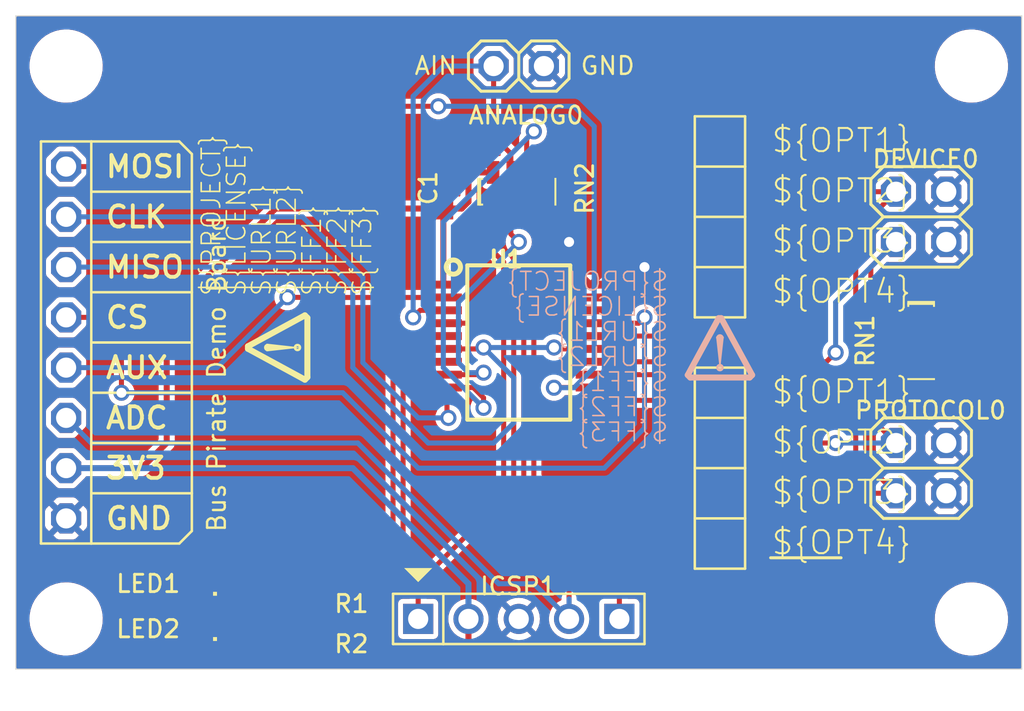
<source format=kicad_pcb>
(kicad_pcb (version 20221018) (generator pcbnew)
  (layers (0 "F.Cu" signal) (31 "B.Cu" signal) (34 "B.Paste" user) (35 "F.Paste" user) (36 "B.SilkS" user "B.Silkscreen") (37 "F.SilkS" user "F.Silkscreen") (38 "B.Mask" user) (39 "F.Mask" user) (44 "Edge.Cuts" user))
  (net 0 "")
  (net 1 "GND")
  (net 2 "PGD")
  (net 3 "PGC")
  (net 4 "MCLR")
  (net 5 "+3V3")
  (net 6 "MOSI")
  (net 7 "CLK")
  (net 8 "MISO")
  (net 9 "CS")
  (net 10 "AUX")
  (net 11 "ADC_IN0")
  (net 12 "N$2")
  (net 13 "X1")
  (net 14 "X2")
  (net 15 "Y1")
  (net 16 "Y2")
  (net 17 "N$1")
  (net 18 "ADC_IN1")
  (net 19 "ADC_IN2")
  (net 20 "N$7")
  (net 21 "N$10")
  (footprint "working:DP_LOGO" (layer "F.Cu") (at 137.3251 105.2576 90)
    (fp_text reference "U$1" hide)
    (fp_text value "DINA4_L" hide)
    (fp_text user "${LICENSE}" (at 2.54 -2.54 90) (layer "F.SilkS") (effects (font (size 0.93472 0.93472) (thickness 0.08128)) (justify left bottom)))
    (fp_text user "${URL2}" (at 2.54 0 90) (layer "F.SilkS") (effects (font (size 0.93472 0.93472) (thickness 0.08128)) (justify left bottom)))
    (fp_text user "${FF3}" (at 2.54 3.81 90) (layer "F.SilkS") (effects (font (size 0.93472 0.93472) (thickness 0.08128)) (justify left bottom)))
    (fp_text user "${FF1}" (at 2.54 1.27 90) (layer "F.SilkS") (effects (font (size 0.93472 0.93472) (thickness 0.08128)) (justify left bottom)))
    (fp_text user "${FF2}" (at 2.54 2.54 90) (layer "F.SilkS") (effects (font (size 0.93472 0.93472) (thickness 0.08128)) (justify left bottom)))
    (fp_text user "${URL1}" (at 2.54 -1.27 90) (layer "F.SilkS") (effects (font (size 0.93472 0.93472) (thickness 0.08128)) (justify left bottom)))
    (fp_text user "${PROJECT}" (at 2.54 -3.81 90) (layer "F.SilkS") (effects (font (size 0.93472 0.93472) (thickness 0.08128)) (justify left bottom)))
    (fp_line (start -1.625 0.375) (end -0.0625 -2.5) (stroke (width 0.3048)) (layer "F.SilkS"))
    (fp_line (start -1.5 0.5) (end -1.625 0.375) (stroke (width 0.3048)) (layer "F.SilkS"))
    (fp_line (start -1.5 0.5) (end 1.5 0.5) (stroke (width 0.3048)) (layer "F.SilkS"))
    (fp_line (start -0.0625 -2.5) (end 0.0625 -2.5) (stroke (width 0.3048)) (layer "F.SilkS"))
    (fp_line (start 1.5 0.5) (end 1.625 0.375) (stroke (width 0.3048)) (layer "F.SilkS"))
    (fp_line (start 1.625 0.375) (end 0.0625 -2.5) (stroke (width 0.3048)) (layer "F.SilkS"))
    (fp_arc (start -0.125 -1.5) (mid 0 -1.625) (end 0.125 -1.5) (stroke (width 0.127)) (layer "F.SilkS"))
    (fp_circle (center 0 0) (end 0.125 0) (stroke (width 0.127)) (fill none) (layer "F.SilkS"))
    (fp_poly (pts (xy 0 0.200017) (xy -0.195946 -1.5635) (xy 0.195946 -1.5635)) (fill solid) (layer "F.SilkS"))
  )
  (footprint "" (layer "F.Cu") (at 125.6411 118.9736)
    (fp_text reference "@HOLE0" hide)
    (fp_text value "" (at 0 0) (layer "F.SilkS") (effects (font (size 1.27 1.27))))
    (pad "" np_thru_hole circle (at 0 0) (size 3.2 3.2) (drill 3.2) (layers "*.Cu" "*.Mask"))
  )
  (footprint "working:R603" (layer "F.Cu") (at 137.0711 117.7036)
    (fp_text reference "R1" (at 2.032 0.508) (layer "F.SilkS") (effects (font (size 0.875792 0.875792) (thickness 0.140208)) (justify left)))
    (fp_text value "1k")
    (pad "1" smd rect (at -0.85 0) (size 1 1.1) (layers "F.Cu" "F.Paste" "F.Mask") (net 12 "N$2"))
    (pad "2" smd rect (at 0.85 0) (size 1 1.1) (layers "F.Cu" "F.Paste" "F.Mask") (net 17 "N$1"))
  )
  (footprint "working:JUMP2X2_DESC" (layer "F.Cu") (at 161.2011 98.0186)
    (fp_text reference "U$10" hide)
    (fp_text value "JUMP2X2_DESC" hide)
    (fp_text user "${OPT2}" (at 0 0) (layer "F.SilkS") (effects (font (size 1.1684 1.1684) (thickness 0.1016)) (justify left bottom)))
    (fp_text user "${OPT3}" (at 0 2.54) (layer "F.SilkS") (effects (font (size 1.1684 1.1684) (thickness 0.1016)) (justify left bottom)))
    (fp_text user "${OPT1}" (at 0 -2.54) (layer "F.SilkS") (effects (font (size 1.1684 1.1684) (thickness 0.1016)) (justify left bottom)))
    (fp_text user "${OPT4}" (at 0 5.08) (layer "F.SilkS") (effects (font (size 1.1684 1.1684) (thickness 0.1016)) (justify left bottom)))
    (fp_line (start -3.81 -4.445) (end -1.27 -4.445) (stroke (width 0.127)) (layer "F.SilkS"))
    (fp_line (start -3.81 -1.905) (end -3.81 -4.445) (stroke (width 0.127)) (layer "F.SilkS"))
    (fp_line (start -3.81 -1.905) (end -1.27 -1.905) (stroke (width 0.127)) (layer "F.SilkS"))
    (fp_line (start -3.81 0.635) (end -3.81 -1.905) (stroke (width 0.127)) (layer "F.SilkS"))
    (fp_line (start -3.81 0.635) (end -1.27 0.635) (stroke (width 0.127)) (layer "F.SilkS"))
    (fp_line (start -3.81 3.175) (end -3.81 0.635) (stroke (width 0.127)) (layer "F.SilkS"))
    (fp_line (start -3.81 3.175) (end -1.27 3.175) (stroke (width 0.127)) (layer "F.SilkS"))
    (fp_line (start -3.81 5.715) (end -3.81 3.175) (stroke (width 0.127)) (layer "F.SilkS"))
    (fp_line (start -1.27 -4.445) (end -1.27 -1.905) (stroke (width 0.127)) (layer "F.SilkS"))
    (fp_line (start -1.27 -1.905) (end -1.27 0.635) (stroke (width 0.127)) (layer "F.SilkS"))
    (fp_line (start -1.27 0.635) (end -1.27 3.175) (stroke (width 0.127)) (layer "F.SilkS"))
    (fp_line (start -1.27 3.175) (end -1.27 5.715) (stroke (width 0.127)) (layer "F.SilkS"))
    (fp_line (start -1.27 5.715) (end -3.81 5.715) (stroke (width 0.127)) (layer "F.SilkS"))
  )
  (footprint "" (layer "F.Cu") (at 171.3611 91.0336)
    (fp_text reference "@HOLE2" hide)
    (fp_text value "" (at 0 0) (layer "F.SilkS") (effects (font (size 1.27 1.27))))
    (pad "" np_thru_hole circle (at 0 0) (size 3.2 3.2) (drill 3.2) (layers "*.Cu" "*.Mask"))
  )
  (footprint "working:R603" (layer "F.Cu") (at 137.0711 119.9896)
    (fp_text reference "R2" (at 2.032 0.254) (layer "F.SilkS") (effects (font (size 0.875792 0.875792) (thickness 0.140208)) (justify left)))
    (fp_text value "1k")
    (pad "1" smd rect (at -0.85 0) (size 1 1.1) (layers "F.Cu" "F.Paste" "F.Mask") (net 20 "N$7"))
    (pad "2" smd rect (at 0.85 0) (size 1 1.1) (layers "F.Cu" "F.Paste" "F.Mask") (net 21 "N$10"))
  )
  (footprint "working:RN8P-4R-CRA06S" (layer "F.Cu") (at 168.8211 105.0036 -90)
    (fp_text reference "RN1" (at -1.492 2.826 90) (layer "F.SilkS") (effects (font (size 0.875792 0.875792) (thickness 0.140208)) (justify right)))
    (fp_text value "10k")
    (fp_poly (pts (xy -2.1 0.7) (xy -1.9 0.7) (xy -1.9 -0.7) (xy -2.1 -0.7)) (fill solid) (layer "F.SilkS"))
    (fp_poly (pts (xy -2 -0.6) (xy -1.8 -0.6) (xy -1.8 -0.7) (xy -2 -0.7)) (fill solid) (layer "F.SilkS"))
    (fp_poly (pts (xy -2 0.7) (xy -1.8 0.7) (xy -1.8 0.6) (xy -2 0.6)) (fill solid) (layer "F.SilkS"))
    (fp_poly (pts (xy 1.8 0.7) (xy 1.9 0.7) (xy 1.9 -0.7) (xy 1.8 -0.7)) (fill solid) (layer "F.SilkS"))
    (pad "1" smd rect (at -1.295 0.975 270) (size 0.63 1.15) (layers "F.Cu" "F.Paste" "F.Mask") (net 14 "X2"))
    (pad "2" smd rect (at -0.4 0.975 270) (size 0.44 1.15) (layers "F.Cu" "F.Paste" "F.Mask") (net 13 "X1"))
    (pad "3" smd rect (at 0.4 0.975 270) (size 0.44 1.15) (layers "F.Cu" "F.Paste" "F.Mask") (net 16 "Y2"))
    (pad "4" smd rect (at 1.295 0.975 270) (size 0.63 1.15) (layers "F.Cu" "F.Paste" "F.Mask") (net 15 "Y1"))
    (pad "5" smd rect (at 1.295 -0.975 270) (size 0.63 1.15) (layers "F.Cu" "F.Paste" "F.Mask") (net 5 "+3V3"))
    (pad "6" smd rect (at 0.4 -0.975 270) (size 0.44 1.15) (layers "F.Cu" "F.Paste" "F.Mask") (net 5 "+3V3"))
    (pad "7" smd rect (at -0.4 -0.975 270) (size 0.44 1.15) (layers "F.Cu" "F.Paste" "F.Mask") (net 5 "+3V3"))
    (pad "8" smd rect (at -1.295 -0.975 270) (size 0.63 1.15) (layers "F.Cu" "F.Paste" "F.Mask") (net 5 "+3V3"))
  )
  (footprint "working:JUMP2X2_DESC" (layer "F.Cu") (at 161.2011 110.7186)
    (fp_text reference "U$9" hide)
    (fp_text value "JUMP2X2_DESC" hide)
    (fp_text user "${OPT2}" (at 0 0) (layer "F.SilkS") (effects (font (size 1.1684 1.1684) (thickness 0.1016)) (justify left bottom)))
    (fp_text user "${OPT1}" (at 0 -2.54) (layer "F.SilkS") (effects (font (size 1.1684 1.1684) (thickness 0.1016)) (justify left bottom)))
    (fp_text user "${OPT3}" (at 0 2.54) (layer "F.SilkS") (effects (font (size 1.1684 1.1684) (thickness 0.1016)) (justify left bottom)))
    (fp_text user "${OPT4}" (at 0 5.08) (layer "F.SilkS") (effects (font (size 1.1684 1.1684) (thickness 0.1016)) (justify left bottom)))
    (fp_line (start -3.81 -4.445) (end -1.27 -4.445) (stroke (width 0.127)) (layer "F.SilkS"))
    (fp_line (start -3.81 -1.905) (end -3.81 -4.445) (stroke (width 0.127)) (layer "F.SilkS"))
    (fp_line (start -3.81 -1.905) (end -1.27 -1.905) (stroke (width 0.127)) (layer "F.SilkS"))
    (fp_line (start -3.81 0.635) (end -3.81 -1.905) (stroke (width 0.127)) (layer "F.SilkS"))
    (fp_line (start -3.81 0.635) (end -1.27 0.635) (stroke (width 0.127)) (layer "F.SilkS"))
    (fp_line (start -3.81 3.175) (end -3.81 0.635) (stroke (width 0.127)) (layer "F.SilkS"))
    (fp_line (start -3.81 3.175) (end -1.27 3.175) (stroke (width 0.127)) (layer "F.SilkS"))
    (fp_line (start -3.81 5.715) (end -3.81 3.175) (stroke (width 0.127)) (layer "F.SilkS"))
    (fp_line (start -1.27 -4.445) (end -1.27 -1.905) (stroke (width 0.127)) (layer "F.SilkS"))
    (fp_line (start -1.27 -1.905) (end -1.27 0.635) (stroke (width 0.127)) (layer "F.SilkS"))
    (fp_line (start -1.27 0.635) (end -1.27 3.175) (stroke (width 0.127)) (layer "F.SilkS"))
    (fp_line (start -1.27 3.175) (end -1.27 5.715) (stroke (width 0.127)) (layer "F.SilkS"))
    (fp_line (start -1.27 5.715) (end -3.81 5.715) (stroke (width 0.127)) (layer "F.SilkS"))
  )
  (footprint "working:LED-805" (layer "F.Cu") (at 133.2611 119.9896 90)
    (fp_text reference "LED2" (at 0.508 -1.778) (layer "F.SilkS") (effects (font (size 0.875792 0.875792) (thickness 0.140208)) (justify right)))
    (fp_text value "")
    (fp_poly (pts (xy -0.1 0) (xy 0.1 0) (xy 0.1 -0.2) (xy -0.1 -0.2)) (fill solid) (layer "F.SilkS"))
    (pad "A" smd rect (at 0 1.05 90) (size 1.2 1.2) (layers "F.Cu" "F.Paste" "F.Mask") (net 20 "N$7"))
    (pad "C" smd rect (at 0 -1.05 90) (size 1.2 1.2) (layers "F.Cu" "F.Paste" "F.Mask") (net 1 "GND"))
  )
  (footprint "working:HDR-BUSPIRATE" (layer "F.Cu") (at 125.6411 105.0036 -90)
    (fp_text reference "BP0" hide)
    (fp_text value "")
    (fp_text user "CLK" (at -5.715 -1.905) (layer "F.SilkS") (effects (font (size 1.0795 1.0795) (thickness 0.1905)) (justify left bottom)))
    (fp_text user "AUX" (at 1.905 -1.905) (layer "F.SilkS") (effects (font (size 1.0795 1.0795) (thickness 0.1905)) (justify left bottom)))
    (fp_text user "MOSI" (at -8.255 -1.905) (layer "F.SilkS") (effects (font (size 1.0795 1.0795) (thickness 0.1905)) (justify left bottom)))
    (fp_text user "CS" (at -0.635 -1.905) (layer "F.SilkS") (effects (font (size 1.0795 1.0795) (thickness 0.1905)) (justify left bottom)))
    (fp_text user "ADC" (at 4.445 -1.905) (layer "F.SilkS") (effects (font (size 1.0795 1.0795) (thickness 0.1905)) (justify left bottom)))
    (fp_text user "MISO" (at -3.175 -1.905) (layer "F.SilkS") (effects (font (size 1.0795 1.0795) (thickness 0.1905)) (justify left bottom)))
    (fp_text user "3V3" (at 6.985 -1.905) (layer "F.SilkS") (effects (font (size 1.0795 1.0795) (thickness 0.1905)) (justify left bottom)))
    (fp_text user "GND" (at 9.525 -1.905) (layer "F.SilkS") (effects (font (size 1.0795 1.0795) (thickness 0.1905)) (justify left bottom)))
    (fp_line (start -10.16 -5.715) (end -9.525 -6.35) (stroke (width 0.127)) (layer "F.SilkS"))
    (fp_line (start -10.16 -1.27) (end -10.16 -5.715) (stroke (width 0.127)) (layer "F.SilkS"))
    (fp_line (start -10.16 -1.27) (end -10.16 1.27) (stroke (width 0.127)) (layer "F.SilkS"))
    (fp_line (start -10.16 1.27) (end 10.16 1.27) (stroke (width 0.127)) (layer "F.SilkS"))
    (fp_line (start -9.525 -6.35) (end -7.62 -6.35) (stroke (width 0.127)) (layer "F.SilkS"))
    (fp_line (start -7.62 -6.35) (end -5.08 -6.35) (stroke (width 0.127)) (layer "F.SilkS"))
    (fp_line (start -7.62 -1.27) (end -10.16 -1.27) (stroke (width 0.127)) (layer "F.SilkS"))
    (fp_line (start -7.62 -1.27) (end -7.62 -6.35) (stroke (width 0.127)) (layer "F.SilkS"))
    (fp_line (start -5.08 -6.35) (end -2.54 -6.35) (stroke (width 0.127)) (layer "F.SilkS"))
    (fp_line (start -5.08 -1.27) (end -7.62 -1.27) (stroke (width 0.127)) (layer "F.SilkS"))
    (fp_line (start -5.08 -1.27) (end -5.08 -6.35) (stroke (width 0.127)) (layer "F.SilkS"))
    (fp_line (start -2.54 -6.35) (end 0 -6.35) (stroke (width 0.127)) (layer "F.SilkS"))
    (fp_line (start -2.54 -1.27) (end -5.08 -1.27) (stroke (width 0.127)) (layer "F.SilkS"))
    (fp_line (start -2.54 -1.27) (end -2.54 -6.35) (stroke (width 0.127)) (layer "F.SilkS"))
    (fp_line (start 0 -6.35) (end 2.54 -6.35) (stroke (width 0.127)) (layer "F.SilkS"))
    (fp_line (start 0 -1.27) (end -2.54 -1.27) (stroke (width 0.127)) (layer "F.SilkS"))
    (fp_line (start 0 -1.27) (end 0 -6.35) (stroke (width 0.127)) (layer "F.SilkS"))
    (fp_line (start 2.54 -6.35) (end 5.08 -6.35) (stroke (width 0.127)) (layer "F.SilkS"))
    (fp_line (start 2.54 -1.27) (end 0 -1.27) (stroke (width 0.127)) (layer "F.SilkS"))
    (fp_line (start 2.54 -1.27) (end 2.54 -6.35) (stroke (width 0.127)) (layer "F.SilkS"))
    (fp_line (start 5.08 -6.35) (end 7.62 -6.35) (stroke (width 0.127)) (layer "F.SilkS"))
    (fp_line (start 5.08 -1.27) (end 2.54 -1.27) (stroke (width 0.127)) (layer "F.SilkS"))
    (fp_line (start 5.08 -1.27) (end 5.08 -6.35) (stroke (width 0.127)) (layer "F.SilkS"))
    (fp_line (start 7.62 -6.35) (end 9.525 -6.35) (stroke (width 0.127)) (layer "F.SilkS"))
    (fp_line (start 7.62 -1.27) (end 5.08 -1.27) (stroke (width 0.127)) (layer "F.SilkS"))
    (fp_line (start 7.62 -1.27) (end 7.62 -6.35) (stroke (width 0.127)) (layer "F.SilkS"))
    (fp_line (start 9.525 -6.35) (end 10.16 -5.715) (stroke (width 0.127)) (layer "F.SilkS"))
    (fp_line (start 10.16 -5.715) (end 10.16 -1.27) (stroke (width 0.127)) (layer "F.SilkS"))
    (fp_line (start 10.16 -1.27) (end 7.62 -1.27) (stroke (width 0.127)) (layer "F.SilkS"))
    (fp_line (start 10.16 1.27) (end 10.16 -1.27) (stroke (width 0.127)) (layer "F.SilkS"))
    (pad "1" thru_hole roundrect (at -8.89 0) (size 1.524 1.524) (drill 1.016) (layers "*.Cu" "*.Mask") (chamfer_ratio 0.2928932188) (chamfer top_left top_right bottom_left bottom_right) (net 6 "MOSI"))
    (pad "2" thru_hole roundrect (at -6.35 0) (size 1.524 1.524) (drill 1.016) (layers "*.Cu" "*.Mask") (chamfer_ratio 0.2928932188) (chamfer top_left top_right bottom_left bottom_right) (net 7 "CLK"))
    (pad "3" thru_hole roundrect (at -3.81 0) (size 1.524 1.524) (drill 1.016) (layers "*.Cu" "*.Mask") (chamfer_ratio 0.2928932188) (chamfer top_left top_right bottom_left bottom_right) (net 8 "MISO"))
    (pad "4" thru_hole roundrect (at -1.27 0) (size 1.524 1.524) (drill 1.016) (layers "*.Cu" "*.Mask") (chamfer_ratio 0.2928932188) (chamfer top_left top_right bottom_left bottom_right) (net 9 "CS"))
    (pad "5" thru_hole roundrect (at 1.27 0) (size 1.524 1.524) (drill 1.016) (layers "*.Cu" "*.Mask") (chamfer_ratio 0.2928932188) (chamfer top_left top_right bottom_left bottom_right) (net 10 "AUX"))
    (pad "6" thru_hole roundrect (at 3.81 0) (size 1.524 1.524) (drill 1.016) (layers "*.Cu" "*.Mask") (chamfer_ratio 0.2928932188) (chamfer top_left top_right bottom_left bottom_right) (net 2 "PGD"))
    (pad "7" thru_hole roundrect (at 6.35 0) (size 1.524 1.524) (drill 1.016) (layers "*.Cu" "*.Mask") (chamfer_ratio 0.2928932188) (chamfer top_left top_right bottom_left bottom_right) (net 5 "+3V3"))
    (pad "8" thru_hole roundrect (at 8.89 0) (size 1.524 1.524) (drill 1.016) (layers "*.Cu" "*.Mask") (chamfer_ratio 0.2928932188) (chamfer top_left top_right bottom_left bottom_right) (net 1 "GND"))
  )
  (footprint "working:C603" (layer "F.Cu") (at 144.6911 97.3836 90)
    (fp_text reference "C1" (at -0.762 -0.762 90) (layer "F.SilkS") (effects (font (size 0.875792 0.875792) (thickness 0.140208)) (justify left)))
    (fp_text value "0.1uF")
    (pad "1" smd rect (at -0.85 0 90) (size 1.1 1) (layers "F.Cu" "F.Paste" "F.Mask") (net 5 "+3V3"))
    (pad "2" smd rect (at 0.85 0 90) (size 1.1 1) (layers "F.Cu" "F.Paste" "F.Mask") (net 1 "GND"))
  )
  (footprint "working:RN8P-4R-CRA06S" (layer "F.Cu") (at 148.5011 97.3836)
    (fp_text reference "RN2" (at 3.334 1.238 90) (layer "F.SilkS") (effects (font (size 0.875792 0.875792) (thickness 0.140208)) (justify left)))
    (fp_text value "10k")
    (fp_poly (pts (xy -2.1 0.7) (xy -1.9 0.7) (xy -1.9 -0.7) (xy -2.1 -0.7)) (fill solid) (layer "F.SilkS"))
    (fp_poly (pts (xy -2 -0.6) (xy -1.8 -0.6) (xy -1.8 -0.7) (xy -2 -0.7)) (fill solid) (layer "F.SilkS"))
    (fp_poly (pts (xy -2 0.7) (xy -1.8 0.7) (xy -1.8 0.6) (xy -2 0.6)) (fill solid) (layer "F.SilkS"))
    (fp_poly (pts (xy 1.8 0.7) (xy 1.9 0.7) (xy 1.9 -0.7) (xy 1.8 -0.7)) (fill solid) (layer "F.SilkS"))
    (pad "1" smd rect (at -1.295 0.975) (size 0.63 1.15) (layers "F.Cu" "F.Paste" "F.Mask") (net 4 "MCLR"))
    (pad "2" smd rect (at -0.4 0.975) (size 0.44 1.15) (layers "F.Cu" "F.Paste" "F.Mask") (net 18 "ADC_IN1"))
    (pad "3" smd rect (at 0.4 0.975) (size 0.44 1.15) (layers "F.Cu" "F.Paste" "F.Mask") (net 18 "ADC_IN1"))
    (pad "4" smd rect (at 1.295 0.975) (size 0.63 1.15) (layers "F.Cu" "F.Paste" "F.Mask") (net 1 "GND"))
    (pad "5" smd rect (at 1.295 -0.975) (size 0.63 1.15) (layers "F.Cu" "F.Paste" "F.Mask") (net 19 "ADC_IN2"))
    (pad "6" smd rect (at 0.4 -0.975) (size 0.44 1.15) (layers "F.Cu" "F.Paste" "F.Mask") (net 19 "ADC_IN2"))
    (pad "7" smd rect (at -0.4 -0.975) (size 0.44 1.15) (layers "F.Cu" "F.Paste" "F.Mask") (net 11 "ADC_IN0"))
    (pad "8" smd rect (at -1.295 -0.975) (size 0.63 1.15) (layers "F.Cu" "F.Paste" "F.Mask") (net 5 "+3V3"))
  )
  (footprint "working:SSOP20" (layer "F.Cu") (at 148.5011 105.0036 -90)
    (fp_text reference "U1" (at -4.206 1.5839) (layer "F.SilkS") (effects (font (size 0.819709 0.819709) (thickness 0.196291)) (justify left)))
    (fp_text value "PIC16F1829SS")
    (fp_line (start -3.9 -2.6) (end -3.9 2.6) (stroke (width 0.2032)) (layer "F.SilkS"))
    (fp_line (start -3.9 2.6) (end 3.9 2.6) (stroke (width 0.2032)) (layer "F.SilkS"))
    (fp_line (start 3.9 -2.6) (end -3.9 -2.6) (stroke (width 0.2032)) (layer "F.SilkS"))
    (fp_line (start 3.9 2.6) (end 3.9 -2.6) (stroke (width 0.2032)) (layer "F.SilkS"))
    (pad "1" smd rect (at -2.925 3.625 270) (size 0.4 1.5) (layers "F.Cu" "F.Paste" "F.Mask") (net 5 "+3V3"))
    (pad "2" smd rect (at -2.275 3.625 270) (size 0.4 1.5) (layers "F.Cu" "F.Paste" "F.Mask") (net 10 "AUX"))
    (pad "3" smd rect (at -1.625 3.625 270) (size 0.4 1.5) (layers "F.Cu" "F.Paste" "F.Mask") (net 11 "ADC_IN0"))
    (pad "4" smd rect (at -0.975 3.625 270) (size 0.4 1.5) (layers "F.Cu" "F.Paste" "F.Mask") (net 4 "MCLR"))
    (pad "5" smd rect (at -0.325 3.625 270) (size 0.4 1.5) (layers "F.Cu" "F.Paste" "F.Mask") (net 17 "N$1"))
    (pad "6" smd rect (at 0.325 3.625 270) (size 0.4 1.5) (layers "F.Cu" "F.Paste" "F.Mask") (net 8 "MISO"))
    (pad "7" smd rect (at 0.975 3.625 270) (size 0.4 1.5) (layers "F.Cu" "F.Paste" "F.Mask") (net 21 "N$10"))
    (pad "8" smd rect (at 1.625 3.625 270) (size 0.4 1.5) (layers "F.Cu" "F.Paste" "F.Mask") (net 18 "ADC_IN1"))
    (pad "9" smd rect (at 2.275 3.625 270) (size 0.4 1.5) (layers "F.Cu" "F.Paste" "F.Mask") (net 19 "ADC_IN2"))
    (pad "10" smd rect (at 2.925 3.625 270) (size 0.4 1.5) (layers "F.Cu" "F.Paste" "F.Mask") (net 7 "CLK"))
    (pad "11" smd rect (at 2.925 -3.625 270) (size 0.4 1.5) (layers "F.Cu" "F.Paste" "F.Mask") (net 16 "Y2"))
    (pad "12" smd rect (at 2.275 -3.625 270) (size 0.4 1.5) (layers "F.Cu" "F.Paste" "F.Mask") (net 6 "MOSI"))
    (pad "13" smd rect (at 1.625 -3.625 270) (size 0.4 1.5) (layers "F.Cu" "F.Paste" "F.Mask") (net 15 "Y1"))
    (pad "14" smd rect (at 0.975 -3.625 270) (size 0.4 1.5) (layers "F.Cu" "F.Paste" "F.Mask") (net 14 "X2"))
    (pad "15" smd rect (at 0.325 -3.625 270) (size 0.4 1.5) (layers "F.Cu" "F.Paste" "F.Mask") (net 8 "MISO"))
    (pad "16" smd rect (at -0.325 -3.625 270) (size 0.4 1.5) (layers "F.Cu" "F.Paste" "F.Mask") (net 13 "X1"))
    (pad "17" smd rect (at -0.975 -3.625 270) (size 0.4 1.5) (layers "F.Cu" "F.Paste" "F.Mask") (net 9 "CS"))
    (pad "18" smd rect (at -1.625 -3.625 270) (size 0.4 1.5) (layers "F.Cu" "F.Paste" "F.Mask") (net 3 "PGC"))
    (pad "19" smd rect (at -2.275 -3.625 270) (size 0.4 1.5) (layers "F.Cu" "F.Paste" "F.Mask") (net 2 "PGD"))
    (pad "20" smd rect (at -2.925 -3.625 270) (size 0.4 1.5) (layers "F.Cu" "F.Paste" "F.Mask") (net 1 "GND"))
  )
  (footprint "working:LED-805" (layer "F.Cu") (at 133.2611 117.7036 90)
    (fp_text reference "LED1" (at 0.508 -1.778) (layer "F.SilkS") (effects (font (size 0.875792 0.875792) (thickness 0.140208)) (justify right)))
    (fp_text value "")
    (fp_poly (pts (xy -0.1 0) (xy 0.1 0) (xy 0.1 -0.2) (xy -0.1 -0.2)) (fill solid) (layer "F.SilkS"))
    (pad "A" smd rect (at 0 1.05 90) (size 1.2 1.2) (layers "F.Cu" "F.Paste" "F.Mask") (net 12 "N$2"))
    (pad "C" smd rect (at 0 -1.05 90) (size 1.2 1.2) (layers "F.Cu" "F.Paste" "F.Mask") (net 1 "GND"))
  )
  (footprint "" (layer "F.Cu") (at 171.3611 118.9736)
    (fp_text reference "@HOLE1" hide)
    (fp_text value "" (at 0 0) (layer "F.SilkS") (effects (font (size 1.27 1.27))))
    (pad "" np_thru_hole circle (at 0 0) (size 3.2 3.2) (drill 3.2) (layers "*.Cu" "*.Mask"))
  )
  (footprint "working:2X02" (layer "F.Cu") (at 168.8211 98.6536 -90)
    (fp_text reference "DEVICE0" (at -2.921 2.54) (layer "F.SilkS") (effects (font (size 0.87884 0.87884) (thickness 0.13716)) (justify left)))
    (fp_text value "")
    (fp_line (start -2.54 -1.905) (end -1.905 -2.54) (stroke (width 0.1524)) (layer "F.SilkS"))
    (fp_line (start -2.54 1.905) (end -2.54 -1.905) (stroke (width 0.1524)) (layer "F.SilkS"))
    (fp_line (start -2.54 1.905) (end -1.905 2.54) (stroke (width 0.1524)) (layer "F.SilkS"))
    (fp_line (start -1.905 -2.54) (end -0.635 -2.54) (stroke (width 0.1524)) (layer "F.SilkS"))
    (fp_line (start -1.905 2.54) (end -0.635 2.54) (stroke (width 0.1524)) (layer "F.SilkS"))
    (fp_line (start -0.635 -2.54) (end 0 -1.905) (stroke (width 0.1524)) (layer "F.SilkS"))
    (fp_line (start -0.635 2.54) (end 0 1.905) (stroke (width 0.1524)) (layer "F.SilkS"))
    (fp_line (start 0 -1.905) (end 0 1.905) (stroke (width 0.1524)) (layer "F.SilkS"))
    (fp_line (start 0 -1.905) (end 0.635 -2.54) (stroke (width 0.1524)) (layer "F.SilkS"))
    (fp_line (start 0 1.905) (end 0.635 2.54) (stroke (width 0.1524)) (layer "F.SilkS"))
    (fp_line (start 0.635 -2.54) (end 1.905 -2.54) (stroke (width 0.1524)) (layer "F.SilkS"))
    (fp_line (start 0.635 2.54) (end 1.905 2.54) (stroke (width 0.1524)) (layer "F.SilkS"))
    (fp_line (start 1.905 -2.54) (end 2.54 -1.905) (stroke (width 0.1524)) (layer "F.SilkS"))
    (fp_line (start 1.905 2.54) (end 2.54 1.905) (stroke (width 0.1524)) (layer "F.SilkS"))
    (fp_line (start 2.54 -1.905) (end 2.54 1.905) (stroke (width 0.1524)) (layer "F.SilkS"))
    (pad "1" thru_hole roundrect (at -1.27 1.27 270) (size 1.524 1.524) (drill 1.016) (layers "*.Cu" "*.Mask") (chamfer_ratio 0.2928932188) (chamfer top_left top_right bottom_left bottom_right) (net 13 "X1"))
    (pad "2" thru_hole roundrect (at -1.27 -1.27 270) (size 1.524 1.524) (drill 1.016) (layers "*.Cu" "*.Mask") (chamfer_ratio 0.2928932188) (chamfer top_left top_right bottom_left bottom_right) (net 1 "GND"))
    (pad "3" thru_hole roundrect (at 1.27 1.27 270) (size 1.524 1.524) (drill 1.016) (layers "*.Cu" "*.Mask") (chamfer_ratio 0.2928932188) (chamfer top_left top_right bottom_left bottom_right) (net 14 "X2"))
    (pad "4" thru_hole roundrect (at 1.27 -1.27 270) (size 1.524 1.524) (drill 1.016) (layers "*.Cu" "*.Mask") (chamfer_ratio 0.2928932188) (chamfer top_left top_right bottom_left bottom_right) (net 1 "GND"))
  )
  (footprint "working:HEADER_PRG_1X05_ICSP_B" (layer "F.Cu") (at 148.5011 118.9736)
    (fp_text reference "ICSP1" (at -2.032 -1.651) (layer "F.SilkS") (effects (font (size 0.875792 0.875792) (thickness 0.140208)) (justify left)))
    (fp_text value "HEADER_PRG_PIC_ICSPB")
    (fp_line (start -6.35 -1.27) (end -3.81 -1.27) (stroke (width 0.127)) (layer "F.SilkS"))
    (fp_line (start -6.35 1.27) (end -6.35 -1.27) (stroke (width 0.127)) (layer "F.SilkS"))
    (fp_line (start -3.81 -1.27) (end 6.35 -1.27) (stroke (width 0.127)) (layer "F.SilkS"))
    (fp_line (start -3.81 1.27) (end -6.35 1.27) (stroke (width 0.127)) (layer "F.SilkS"))
    (fp_line (start -3.81 1.27) (end -3.81 -1.27) (stroke (width 0.127)) (layer "F.SilkS"))
    (fp_line (start 6.35 -1.27) (end 6.35 1.27) (stroke (width 0.127)) (layer "F.SilkS"))
    (fp_line (start 6.35 1.27) (end -3.81 1.27) (stroke (width 0.127)) (layer "F.SilkS"))
    (fp_poly (pts (xy -5.08 -1.860169) (xy -5.791531 -2.5717) (xy -4.368469 -2.5717)) (fill solid) (layer "F.SilkS"))
    (pad "1" thru_hole rect (at -5.08 0) (size 1.524 1.524) (drill 1.016) (layers "*.Cu" "*.Mask") (net 4 "MCLR"))
    (pad "2" thru_hole circle (at -2.54 0) (size 1.524 1.524) (drill 1.016) (layers "*.Cu" "*.Mask") (net 5 "+3V3"))
    (pad "3" thru_hole circle (at 0 0) (size 1.524 1.524) (drill 1.016) (layers "*.Cu" "*.Mask") (net 1 "GND"))
    (pad "4" thru_hole circle (at 2.54 0) (size 1.524 1.524) (drill 1.016) (layers "*.Cu" "*.Mask") (net 2 "PGD"))
    (pad "5" thru_hole rect (at 5.08 0) (size 1.524 1.524) (drill 1.016) (layers "*.Cu" "*.Mask") (net 3 "PGC"))
  )
  (footprint "" (layer "F.Cu") (at 125.6411 91.0336)
    (fp_text reference "@HOLE3" hide)
    (fp_text value "" (at 0 0) (layer "F.SilkS") (effects (font (size 1.27 1.27))))
    (pad "" np_thru_hole circle (at 0 0) (size 3.2 3.2) (drill 3.2) (layers "*.Cu" "*.Mask"))
  )
  (footprint "working:2X02" (layer "F.Cu") (at 168.8211 111.3536 -90)
    (fp_text reference "PROTOCOL0" (at -2.921 3.429) (layer "F.SilkS") (effects (font (size 0.87884 0.87884) (thickness 0.13716)) (justify left)))
    (fp_text value "")
    (fp_line (start -2.54 -1.905) (end -1.905 -2.54) (stroke (width 0.1524)) (layer "F.SilkS"))
    (fp_line (start -2.54 1.905) (end -2.54 -1.905) (stroke (width 0.1524)) (layer "F.SilkS"))
    (fp_line (start -2.54 1.905) (end -1.905 2.54) (stroke (width 0.1524)) (layer "F.SilkS"))
    (fp_line (start -1.905 -2.54) (end -0.635 -2.54) (stroke (width 0.1524)) (layer "F.SilkS"))
    (fp_line (start -1.905 2.54) (end -0.635 2.54) (stroke (width 0.1524)) (layer "F.SilkS"))
    (fp_line (start -0.635 -2.54) (end 0 -1.905) (stroke (width 0.1524)) (layer "F.SilkS"))
    (fp_line (start -0.635 2.54) (end 0 1.905) (stroke (width 0.1524)) (layer "F.SilkS"))
    (fp_line (start 0 -1.905) (end 0 1.905) (stroke (width 0.1524)) (layer "F.SilkS"))
    (fp_line (start 0 -1.905) (end 0.635 -2.54) (stroke (width 0.1524)) (layer "F.SilkS"))
    (fp_line (start 0 1.905) (end 0.635 2.54) (stroke (width 0.1524)) (layer "F.SilkS"))
    (fp_line (start 0.635 -2.54) (end 1.905 -2.54) (stroke (width 0.1524)) (layer "F.SilkS"))
    (fp_line (start 0.635 2.54) (end 1.905 2.54) (stroke (width 0.1524)) (layer "F.SilkS"))
    (fp_line (start 1.905 -2.54) (end 2.54 -1.905) (stroke (width 0.1524)) (layer "F.SilkS"))
    (fp_line (start 1.905 2.54) (end 2.54 1.905) (stroke (width 0.1524)) (layer "F.SilkS"))
    (fp_line (start 2.54 -1.905) (end 2.54 1.905) (stroke (width 0.1524)) (layer "F.SilkS"))
    (pad "1" thru_hole roundrect (at -1.27 1.27 270) (size 1.524 1.524) (drill 1.016) (layers "*.Cu" "*.Mask") (chamfer_ratio 0.2928932188) (chamfer top_left top_right bottom_left bottom_right) (net 15 "Y1"))
    (pad "2" thru_hole roundrect (at -1.27 -1.27 270) (size 1.524 1.524) (drill 1.016) (layers "*.Cu" "*.Mask") (chamfer_ratio 0.2928932188) (chamfer top_left top_right bottom_left bottom_right) (net 1 "GND"))
    (pad "3" thru_hole roundrect (at 1.27 1.27 270) (size 1.524 1.524) (drill 1.016) (layers "*.Cu" "*.Mask") (chamfer_ratio 0.2928932188) (chamfer top_left top_right bottom_left bottom_right) (net 16 "Y2"))
    (pad "4" thru_hole roundrect (at 1.27 -1.27 270) (size 1.524 1.524) (drill 1.016) (layers "*.Cu" "*.Mask") (chamfer_ratio 0.2928932188) (chamfer top_left top_right bottom_left bottom_right) (net 1 "GND"))
  )
  (footprint "working:1X02" (layer "F.Cu") (at 148.5011 91.0336 180)
    (fp_text reference "ANALOG0" (at 2.6162 -2.4892) (layer "F.SilkS") (effects (font (size 0.87884 0.87884) (thickness 0.13716)) (justify left)))
    (fp_text value "")
    (fp_line (start -2.54 -0.635) (end -2.54 0.635) (stroke (width 0.1524)) (layer "F.SilkS"))
    (fp_line (start -2.54 0.635) (end -1.905 1.27) (stroke (width 0.1524)) (layer "F.SilkS"))
    (fp_line (start -1.905 -1.27) (end -2.54 -0.635) (stroke (width 0.1524)) (layer "F.SilkS"))
    (fp_line (start -1.905 -1.27) (end -0.635 -1.27) (stroke (width 0.1524)) (layer "F.SilkS"))
    (fp_line (start -0.635 -1.27) (end 0 -0.635) (stroke (width 0.1524)) (layer "F.SilkS"))
    (fp_line (start -0.635 1.27) (end -1.905 1.27) (stroke (width 0.1524)) (layer "F.SilkS"))
    (fp_line (start 0 -0.635) (end 0 0.635) (stroke (width 0.1524)) (layer "F.SilkS"))
    (fp_line (start 0 -0.635) (end 0.635 -1.27) (stroke (width 0.1524)) (layer "F.SilkS"))
    (fp_line (start 0 0.635) (end -0.635 1.27) (stroke (width 0.1524)) (layer "F.SilkS"))
    (fp_line (start 0.635 -1.27) (end 1.905 -1.27) (stroke (width 0.1524)) (layer "F.SilkS"))
    (fp_line (start 0.635 1.27) (end 0 0.635) (stroke (width 0.1524)) (layer "F.SilkS"))
    (fp_line (start 1.905 -1.27) (end 2.54 -0.635) (stroke (width 0.1524)) (layer "F.SilkS"))
    (fp_line (start 1.905 1.27) (end 0.635 1.27) (stroke (width 0.1524)) (layer "F.SilkS"))
    (fp_line (start 2.54 -0.635) (end 2.54 0.635) (stroke (width 0.1524)) (layer "F.SilkS"))
    (fp_line (start 2.54 0.635) (end 1.905 1.27) (stroke (width 0.1524)) (layer "F.SilkS"))
    (pad "1" thru_hole roundrect (at -1.27 0 270) (size 1.524 1.524) (drill 1.016) (layers "*.Cu" "*.Mask") (chamfer_ratio 0.2928932188) (chamfer top_left top_right bottom_left bottom_right) (net 1 "GND"))
    (pad "2" thru_hole roundrect (at 1.27 0 270) (size 1.524 1.524) (drill 1.016) (layers "*.Cu" "*.Mask") (chamfer_ratio 0.2928932188) (chamfer top_left top_right bottom_left bottom_right) (net 11 "ADC_IN0"))
  )
  (footprint "working:DP_LOGO" (layer "B.Cu") (at 158.6611 106.2736 180)
    (fp_text reference "U$2" hide)
    (fp_text value "DINA4_L" hide)
    (fp_text user "${FF1}" (at 2.54 -1.27) (layer "B.SilkS") (effects (font (size 0.93472 0.93472) (thickness 0.08128)) (justify left bottom mirror)))
    (fp_text user "${FF2}" (at 2.54 -2.54) (layer "B.SilkS") (effects (font (size 0.93472 0.93472) (thickness 0.08128)) (justify left bottom mirror)))
    (fp_text user "${PROJECT}" (at 2.54 3.81) (layer "B.SilkS") (effects (font (size 0.93472 0.93472) (thickness 0.08128)) (justify left bottom mirror)))
    (fp_text user "${URL1}" (at 2.54 1.27) (layer "B.SilkS") (effects (font (size 0.93472 0.93472) (thickness 0.08128)) (justify left bottom mirror)))
    (fp_text user "${URL2}" (at 2.54 0) (layer "B.SilkS") (effects (font (size 0.93472 0.93472) (thickness 0.08128)) (justify left bottom mirror)))
    (fp_text user "${LICENSE}" (at 2.54 2.54) (layer "B.SilkS") (effects (font (size 0.93472 0.93472) (thickness 0.08128)) (justify left bottom mirror)))
    (fp_text user "${FF3}" (at 2.54 -3.81) (layer "B.SilkS") (effects (font (size 0.93472 0.93472) (thickness 0.08128)) (justify left bottom mirror)))
    (fp_line (start -1.625 -0.375) (end -0.0625 2.5) (stroke (width 0.3048)) (layer "B.SilkS"))
    (fp_line (start -1.5 -0.5) (end -1.625 -0.375) (stroke (width 0.3048)) (layer "B.SilkS"))
    (fp_line (start -1.5 -0.5) (end 1.5 -0.5) (stroke (width 0.3048)) (layer "B.SilkS"))
    (fp_line (start -0.0625 2.5) (end 0.0625 2.5) (stroke (width 0.3048)) (layer "B.SilkS"))
    (fp_line (start 1.5 -0.5) (end 1.625 -0.375) (stroke (width 0.3048)) (layer "B.SilkS"))
    (fp_line (start 1.625 -0.375) (end 0.0625 2.5) (stroke (width 0.3048)) (layer "B.SilkS"))
    (fp_arc (start 0.125 1.5) (mid 0 1.625) (end -0.125 1.5) (stroke (width 0.127)) (layer "B.SilkS"))
    (fp_circle (center 0 0) (end 0.125 0) (stroke (width 0.127)) (fill none) (layer "B.SilkS"))
    (fp_poly (pts (xy 0 -0.200017) (xy -0.195946 1.5635) (xy 0.195946 1.5635)) (fill solid) (layer "B.SilkS"))
  )
  (gr_line (start 161.222 115.8837) (end 164.778 115.8837) (stroke (width 0.1524)) (layer "F.SilkS"))
  (gr_circle (center 145.1991 101.1936) (end 145.5583 101.1936) (stroke (width 0.254)) (fill none) (layer "F.SilkS"))
  (gr_line (start 173.9011 88.4936) (end 173.9011 121.5136) (stroke (width 0.05)) (layer "Edge.Cuts"))
  (gr_line (start 123.1011 88.4936) (end 123.1011 121.5136) (stroke (width 0.05)) (layer "Edge.Cuts"))
  (gr_line (start 123.1011 88.4936) (end 173.9011 88.4936) (stroke (width 0.05)) (layer "Edge.Cuts"))
  (gr_line (start 123.1011 121.5136) (end 173.9011 121.5136) (stroke (width 0.05)) (layer "Edge.Cuts"))
  (gr_text "Bus Pirate Demo Board" (at 133.7691 114.6556 90) (layer "F.SilkS") (effects (font (size 0.89408 0.89408) (thickness 0.12192)) (justify left bottom)))
  (gr_text "GND" (at 151.5491 91.5416) (layer "F.SilkS") (effects (font (size 0.89408 0.89408) (thickness 0.12192)) (justify left bottom)))
  (gr_text "AIN" (at 143.1671 91.5416) (layer "F.SilkS") (effects (font (size 0.89408 0.89408) (thickness 0.12192)) (justify left bottom)))
  (via (at 151.0411 99.9236) (size 0.8128) (drill 0.508) (layers "F.Cu" "B.Cu") (net 1))
  (via (at 154.8511 101.1936) (size 0.8128) (drill 0.508) (layers "F.Cu" "B.Cu") (net 1))
  (segment (start 150.0141 102.7286) (end 152.1261 102.7286) (width 0.254) (layer "F.Cu") (net 2))
  (segment (start 151.0411 118.9736) (end 151.0411 116.9416) (width 0.254) (layer "F.Cu") (net 2))
  (segment (start 151.0411 116.9416) (end 148.7551 114.6556) (width 0.254) (layer "F.Cu") (net 2))
  (segment (start 148.7551 114.6556) (end 148.7551 103.9876) (width 0.254) (layer "F.Cu") (net 2))
  (segment (start 148.7551 103.9876) (end 150.0141 102.7286) (width 0.254) (layer "F.Cu") (net 2))
  (segment (start 147.4851 117.1956) (end 149.2631 117.1956) (width 0.254) (layer "B.Cu") (net 2))
  (segment (start 126.9111 110.0836) (end 125.6411 108.8136) (width 0.254) (layer "B.Cu") (net 2))
  (segment (start 126.9111 110.0836) (end 140.3731 110.0836) (width 0.254) (layer "B.Cu") (net 2))
  (segment (start 151.0411 118.9736) (end 151.0411 117.9576) (width 0.254) (layer "B.Cu") (net 2))
  (segment (start 140.3731 110.0836) (end 147.4851 117.1956) (width 0.254) (layer "B.Cu") (net 2))
  (segment (start 149.2631 117.1956) (end 151.0411 118.9736) (width 0.254) (layer "B.Cu") (net 2))
  (segment (start 149.2631 104.2416) (end 150.1261 103.3786) (width 0.254) (layer "F.Cu") (net 3))
  (segment (start 153.5811 118.9736) (end 153.5811 116.1796) (width 0.254) (layer "F.Cu") (net 3))
  (segment (start 150.1261 103.3786) (end 152.1261 103.3786) (width 0.254) (layer "F.Cu") (net 3))
  (segment (start 149.2631 111.8616) (end 149.2631 104.2416) (width 0.254) (layer "F.Cu") (net 3))
  (segment (start 153.5811 116.1796) (end 149.2631 111.8616) (width 0.254) (layer "F.Cu") (net 3))
  (segment (start 147.7391 112.8776) (end 147.7391 103.9876) (width 0.254) (layer "F.Cu") (net 4))
  (segment (start 147.6981 104.0286) (end 144.8761 104.0286) (width 0.254) (layer "F.Cu") (net 4))
  (segment (start 143.4211 118.9736) (end 143.4211 117.1956) (width 0.254) (layer "F.Cu") (net 4))
  (segment (start 147.7391 103.9876) (end 147.7391 100.9396) (width 0.254) (layer "F.Cu") (net 4))
  (segment (start 147.7391 103.9876) (end 147.6981 104.0286) (width 0.254) (layer "F.Cu") (net 4))
  (segment (start 147.2061 100.4066) (end 147.2061 98.3586) (width 0.254) (layer "F.Cu") (net 4))
  (segment (start 143.4211 117.1956) (end 147.7391 112.8776) (width 0.254) (layer "F.Cu") (net 4))
  (segment (start 147.7391 100.9396) (end 147.2061 100.4066) (width 0.254) (layer "F.Cu") (net 4))
  (segment (start 144.6911 98.2336) (end 144.6911 102.0786) (width 0.3048) (layer "F.Cu") (net 5))
  (segment (start 145.9611 120.2436) (end 146.2151 120.4976) (width 0.3048) (layer "F.Cu") (net 5))
  (segment (start 165.7731 120.4976) (end 172.6311 113.6396) (width 0.3048) (layer "F.Cu") (net 5))
  (segment (start 136.2211 98.2336) (end 144.6911 98.2336) (width 0.3048) (layer "F.Cu") (net 5))
  (segment (start 169.7961 105.4036) (end 169.7961 106.2986) (width 0.3048) (layer "F.Cu") (net 5))
  (segment (start 144.6911 102.0786) (end 144.8761 102.0786) (width 0.3048) (layer "F.Cu") (net 5))
  (segment (start 146.4281 96.4086) (end 147.2061 96.4086) (width 0.3048) (layer "F.Cu") (net 5))
  (segment (start 169.7961 104.6036) (end 169.7961 105.4036) (width 0.3048) (layer "F.Cu") (net 5))
  (segment (start 169.7961 103.7086) (end 169.7961 104.6036) (width 0.3048) (layer "F.Cu") (net 5))
  (segment (start 171.5901 103.7086) (end 169.7961 103.7086) (width 0.3048) (layer "F.Cu") (net 5))
  (segment (start 145.9611 97.8916) (end 145.9611 96.8756) (width 0.3048) (layer "F.Cu") (net 5))
  (segment (start 144.6911 98.2336) (end 145.6191 98.2336) (width 0.3048) (layer "F.Cu") (net 5))
  (segment (start 145.9611 118.9736) (end 145.9611 120.2436) (width 0.3048) (layer "F.Cu") (net 5))
  (segment (start 146.2151 120.4976) (end 165.7731 120.4976) (width 0.3048) (layer "F.Cu") (net 5))
  (segment (start 130.7211 110.0836) (end 130.7211 103.7336) (width 0.3048) (layer "F.Cu") (net 5))
  (segment (start 130.7211 103.7336) (end 136.2211 98.2336) (width 0.3048) (layer "F.Cu") (net 5))
  (segment (start 145.9611 96.8756) (end 146.4281 96.4086) (width 0.3048) (layer "F.Cu") (net 5))
  (segment (start 129.4511 111.3536) (end 130.7211 110.0836) (width 0.3048) (layer "F.Cu") (net 5))
  (segment (start 125.6411 111.3536) (end 129.4511 111.3536) (width 0.3048) (layer "F.Cu") (net 5))
  (segment (start 145.6191 98.2336) (end 145.9611 97.8916) (width 0.3048) (layer "F.Cu") (net 5))
  (segment (start 172.6311 113.6396) (end 172.6311 104.7496) (width 0.3048) (layer "F.Cu") (net 5))
  (segment (start 172.6311 104.7496) (end 171.5901 103.7086) (width 0.3048) (layer "F.Cu") (net 5))
  (segment (start 145.9611 117.1956) (end 145.9611 118.9736) (width 0.3048) (layer "B.Cu") (net 5))
  (segment (start 140.1191 111.3536) (end 145.9611 117.1956) (width 0.3048) (layer "B.Cu") (net 5))
  (segment (start 125.6411 111.3536) (end 140.1191 111.3536) (width 0.3048) (layer "B.Cu") (net 5))
  (segment (start 150.2791 107.2896) (end 150.2901 107.2786) (width 0.254) (layer "F.Cu") (net 6))
  (segment (start 150.2901 107.2786) (end 152.1261 107.2786) (width 0.254) (layer "F.Cu") (net 6))
  (segment (start 138.8491 96.1136) (end 141.8971 93.0656) (width 0.254) (layer "F.Cu") (net 6))
  (segment (start 141.8971 93.0656) (end 144.4371 93.0656) (width 0.254) (layer "F.Cu") (net 6))
  (segment (start 125.6411 96.1136) (end 138.8491 96.1136) (width 0.254) (layer "F.Cu") (net 6))
  (via (at 150.2791 107.2896) (size 0.8128) (drill 0.508) (layers "F.Cu" "B.Cu") (net 6))
  (via (at 144.4371 93.0656) (size 0.8128) (drill 0.508) (layers "F.Cu" "B.Cu") (net 6))
  (segment (start 151.2951 93.0656) (end 152.3111 94.0816) (width 0.254) (layer "B.Cu") (net 6))
  (segment (start 152.3111 94.0816) (end 152.3111 106.2736) (width 0.254) (layer "B.Cu") (net 6))
  (segment (start 152.3111 106.2736) (end 151.2951 107.2896) (width 0.254) (layer "B.Cu") (net 6))
  (segment (start 151.2951 107.2896) (end 150.2791 107.2896) (width 0.254) (layer "B.Cu") (net 6))
  (segment (start 144.4371 93.0656) (end 151.2951 93.0656) (width 0.254) (layer "B.Cu") (net 6))
  (segment (start 144.8761 108.7446) (end 144.8761 107.9286) (width 0.254) (layer "F.Cu") (net 7))
  (segment (start 144.9451 108.8136) (end 144.8761 108.7446) (width 0.254) (layer "F.Cu") (net 7))
  (via (at 144.9451 108.8136) (size 0.8128) (drill 0.508) (layers "F.Cu" "B.Cu") (net 7))
  (segment (start 137.5791 98.6536) (end 140.6271 101.7016) (width 0.254) (layer "B.Cu") (net 7))
  (segment (start 125.6411 98.6536) (end 137.5791 98.6536) (width 0.254) (layer "B.Cu") (net 7))
  (segment (start 143.4211 108.8136) (end 144.9451 108.8136) (width 0.254) (layer "B.Cu") (net 7))
  (segment (start 140.6271 101.7016) (end 140.6271 106.0196) (width 0.254) (layer "B.Cu") (net 7))
  (segment (start 140.6271 106.0196) (end 143.4211 108.8136) (width 0.254) (layer "B.Cu") (net 7))
  (segment (start 150.2791 105.2576) (end 150.3501 105.3286) (width 0.254) (layer "F.Cu") (net 8))
  (segment (start 146.6521 105.3286) (end 144.8761 105.3286) (width 0.254) (layer "F.Cu") (net 8))
  (segment (start 150.3501 105.3286) (end 152.1261 105.3286) (width 0.254) (layer "F.Cu") (net 8))
  (segment (start 146.7231 105.2576) (end 146.6521 105.3286) (width 0.254) (layer "F.Cu") (net 8))
  (via (at 150.2791 105.2576) (size 0.8128) (drill 0.508) (layers "F.Cu" "B.Cu") (net 8))
  (via (at 146.7231 105.2576) (size 0.8128) (drill 0.508) (layers "F.Cu" "B.Cu") (net 8))
  (segment (start 148.2471 109.0676) (end 148.2471 106.7816) (width 0.254) (layer "B.Cu") (net 8))
  (segment (start 139.1031 101.1936) (end 140.1191 102.2096) (width 0.254) (layer "B.Cu") (net 8))
  (segment (start 146.7231 105.2576) (end 150.2791 105.2576) (width 0.254) (layer "B.Cu") (net 8))
  (segment (start 148.2471 106.7816) (end 146.7231 105.2576) (width 0.254) (layer "B.Cu") (net 8))
  (segment (start 125.6411 101.1936) (end 139.1031 101.1936) (width 0.254) (layer "B.Cu") (net 8))
  (segment (start 140.1191 106.2736) (end 143.9291 110.0836) (width 0.254) (layer "B.Cu") (net 8))
  (segment (start 143.9291 110.0836) (end 147.2311 110.0836) (width 0.254) (layer "B.Cu") (net 8))
  (segment (start 140.1191 102.2096) (end 140.1191 106.2736) (width 0.254) (layer "B.Cu") (net 8))
  (segment (start 147.2311 110.0836) (end 148.2471 109.0676) (width 0.254) (layer "B.Cu") (net 8))
  (segment (start 127.6731 103.7336) (end 125.6411 103.7336) (width 0.254) (layer "F.Cu") (net 9))
  (segment (start 154.5561 104.0286) (end 152.1261 104.0286) (width 0.254) (layer "F.Cu") (net 9))
  (segment (start 128.4351 104.4956) (end 127.6731 103.7336) (width 0.254) (layer "F.Cu") (net 9))
  (segment (start 128.4351 107.5436) (end 128.4351 104.4956) (width 0.254) (layer "F.Cu") (net 9))
  (segment (start 154.8511 103.7336) (end 154.5561 104.0286) (width 0.254) (layer "F.Cu") (net 9))
  (via (at 128.4351 107.5436) (size 0.8128) (drill 0.508) (layers "F.Cu" "B.Cu") (net 9))
  (via (at 154.8511 103.7336) (size 0.8128) (drill 0.508) (layers "F.Cu" "B.Cu") (net 9))
  (segment (start 154.8511 109.3216) (end 154.8511 103.7336) (width 0.254) (layer "B.Cu") (net 9))
  (segment (start 152.8191 111.3536) (end 154.8511 109.3216) (width 0.254) (layer "B.Cu") (net 9))
  (segment (start 143.4211 111.3536) (end 152.8191 111.3536) (width 0.254) (layer "B.Cu") (net 9))
  (segment (start 128.4351 107.5436) (end 139.6111 107.5436) (width 0.254) (layer "B.Cu") (net 9))
  (segment (start 139.6111 107.5436) (end 143.4211 111.3536) (width 0.254) (layer "B.Cu") (net 9))
  (segment (start 137.8221 102.7286) (end 144.8761 102.7286) (width 0.254) (layer "F.Cu") (net 10))
  (segment (start 136.8171 102.7176) (end 137.8221 102.7286) (width 0.254) (layer "F.Cu") (net 10))
  (via (at 136.8171 102.7176) (size 0.8128) (drill 0.508) (layers "F.Cu" "B.Cu") (net 10))
  (segment (start 125.6411 106.2736) (end 133.2611 106.2736) (width 0.254) (layer "B.Cu") (net 10))
  (segment (start 133.2611 106.2736) (end 136.8171 102.7176) (width 0.254) (layer "B.Cu") (net 10))
  (segment (start 148.1011 95.4596) (end 148.1011 96.4086) (width 0.254) (layer "F.Cu") (net 11))
  (segment (start 143.1671 103.7336) (end 143.5221 103.3786) (width 0.254) (layer "F.Cu") (net 11))
  (segment (start 143.5221 103.3786) (end 144.8761 103.3786) (width 0.254) (layer "F.Cu") (net 11))
  (segment (start 147.2311 94.5896) (end 148.1011 95.4596) (width 0.254) (layer "F.Cu") (net 11))
  (segment (start 147.2311 91.0336) (end 147.2311 94.5896) (width 0.254) (layer "F.Cu") (net 11))
  (via (at 143.1671 103.7336) (size 0.8128) (drill 0.508) (layers "F.Cu" "B.Cu") (net 11))
  (segment (start 143.1671 103.7336) (end 143.1671 92.5576) (width 0.254) (layer "B.Cu") (net 11))
  (segment (start 144.6911 91.0336) (end 147.2311 91.0336) (width 0.254) (layer "B.Cu") (net 11))
  (segment (start 143.1671 92.5576) (end 144.6911 91.0336) (width 0.254) (layer "B.Cu") (net 11))
  (segment (start 134.3111 117.7036) (end 136.2211 117.7036) (width 0.254) (layer "F.Cu") (net 12))
  (segment (start 157.7161 104.6786) (end 165.0111 97.3836) (width 0.254) (layer "F.Cu") (net 13))
  (segment (start 165.0111 97.3836) (end 167.5511 97.3836) (width 0.254) (layer "F.Cu") (net 13))
  (segment (start 165.5191 99.4156) (end 165.5191 103.4796) (width 0.254) (layer "F.Cu") (net 13))
  (segment (start 165.5191 103.4796) (end 166.6431 104.6036) (width 0.254) (layer "F.Cu") (net 13))
  (segment (start 166.6431 104.6036) (end 167.8461 104.6036) (width 0.254) (layer "F.Cu") (net 13))
  (segment (start 152.1261 104.6786) (end 157.7161 104.6786) (width 0.254) (layer "F.Cu") (net 13))
  (segment (start 167.5511 97.3836) (end 165.5191 99.4156) (width 0.254) (layer "F.Cu") (net 13))
  (segment (start 166.2811 103.2256) (end 166.7641 103.7086) (width 0.254) (layer "F.Cu") (net 14))
  (segment (start 166.7641 103.7086) (end 167.8461 103.7086) (width 0.254) (layer "F.Cu") (net 14))
  (segment (start 166.2811 101.1936) (end 166.2811 103.2256) (width 0.254) (layer "F.Cu") (net 14))
  (segment (start 152.1261 105.9786) (end 164.0361 105.9786) (width 0.254) (layer "F.Cu") (net 14))
  (segment (start 167.5511 99.9236) (end 166.2811 101.1936) (width 0.254) (layer "F.Cu") (net 14))
  (segment (start 164.0361 105.9786) (end 164.5031 105.5116) (width 0.254) (layer "F.Cu") (net 14))
  (via (at 164.5031 105.5116) (size 0.8128) (drill 0.508) (layers "F.Cu" "B.Cu") (net 14))
  (segment (start 164.5031 105.5116) (end 164.5031 102.9716) (width 0.254) (layer "B.Cu") (net 14))
  (segment (start 164.5031 102.9716) (end 167.5511 99.9236) (width 0.254) (layer "B.Cu") (net 14))
  (segment (start 152.1261 106.6286) (end 160.2861 106.6286) (width 0.254) (layer "F.Cu") (net 15))
  (segment (start 166.2811 107.0356) (end 167.0181 106.2986) (width 0.254) (layer "F.Cu") (net 15))
  (segment (start 160.2861 106.6286) (end 163.7411 110.0836) (width 0.254) (layer "F.Cu") (net 15))
  (segment (start 167.5511 110.0836) (end 166.2811 108.8136) (width 0.254) (layer "F.Cu") (net 15))
  (segment (start 163.7411 110.0836) (end 164.5031 110.0836) (width 0.254) (layer "F.Cu") (net 15))
  (segment (start 166.2811 108.8136) (end 166.2811 107.0356) (width 0.254) (layer "F.Cu") (net 15))
  (segment (start 167.0181 106.2986) (end 167.8461 106.2986) (width 0.254) (layer "F.Cu") (net 15))
  (via (at 164.5031 110.0836) (size 0.8128) (drill 0.508) (layers "F.Cu" "B.Cu") (net 15))
  (segment (start 164.5031 110.0836) (end 167.5511 110.0836) (width 0.254) (layer "B.Cu") (net 15))
  (segment (start 166.8971 105.4036) (end 167.8461 105.4036) (width 0.254) (layer "F.Cu") (net 16))
  (segment (start 152.1261 107.9286) (end 160.3161 107.9286) (width 0.254) (layer "F.Cu") (net 16))
  (segment (start 165.0111 112.6236) (end 167.5511 112.6236) (width 0.254) (layer "F.Cu") (net 16))
  (segment (start 165.5191 106.7816) (end 166.8971 105.4036) (width 0.254) (layer "F.Cu") (net 16))
  (segment (start 165.5191 110.5916) (end 165.5191 106.7816) (width 0.254) (layer "F.Cu") (net 16))
  (segment (start 167.5511 112.6236) (end 165.5191 110.5916) (width 0.254) (layer "F.Cu") (net 16))
  (segment (start 160.3161 107.9286) (end 165.0111 112.6236) (width 0.254) (layer "F.Cu") (net 16))
  (segment (start 138.8491 117.7036) (end 142.1511 114.4016) (width 0.254) (layer "F.Cu") (net 17))
  (segment (start 142.7301 104.6786) (end 144.8761 104.6786) (width 0.254) (layer "F.Cu") (net 17))
  (segment (start 142.1511 105.2576) (end 142.7301 104.6786) (width 0.254) (layer "F.Cu") (net 17))
  (segment (start 142.1511 114.4016) (end 142.1511 105.2576) (width 0.254) (layer "F.Cu") (net 17))
  (segment (start 137.9211 117.7036) (end 138.8491 117.7036) (width 0.254) (layer "F.Cu") (net 17))
  (segment (start 148.1011 99.5236) (end 148.1011 98.3586) (width 0.254) (layer "F.Cu") (net 18))
  (segment (start 144.8761 106.6286) (end 146.6221 106.6286) (width 0.254) (layer "F.Cu") (net 18))
  (segment (start 148.5011 99.9236) (end 148.1011 99.5236) (width 0.254) (layer "F.Cu") (net 18))
  (segment (start 148.1011 98.3586) (end 148.9011 98.3586) (width 0.254) (layer "F.Cu") (net 18))
  (segment (start 146.6221 106.6286) (end 146.7231 106.5276) (width 0.254) (layer "F.Cu") (net 18))
  (via (at 148.5011 99.9236) (size 0.8128) (drill 0.508) (layers "F.Cu" "B.Cu") (net 18))
  (via (at 146.7231 106.5276) (size 0.8128) (drill 0.508) (layers "F.Cu" "B.Cu") (net 18))
  (segment (start 145.4531 102.9716) (end 148.5011 99.9236) (width 0.254) (layer "B.Cu") (net 18))
  (segment (start 145.4531 106.0196) (end 145.4531 102.9716) (width 0.254) (layer "B.Cu") (net 18))
  (segment (start 146.7231 106.5276) (end 145.9611 106.5276) (width 0.254) (layer "B.Cu") (net 18))
  (segment (start 145.9611 106.5276) (end 145.4531 106.0196) (width 0.254) (layer "B.Cu") (net 18))
  (segment (start 149.2631 94.3356) (end 148.9011 94.6976) (width 0.254) (layer "F.Cu") (net 19))
  (segment (start 146.2041 107.2786) (end 146.7231 107.7976) (width 0.254) (layer "F.Cu") (net 19))
  (segment (start 144.8761 107.2786) (end 146.2041 107.2786) (width 0.254) (layer "F.Cu") (net 19))
  (segment (start 146.7231 107.7976) (end 146.7231 108.3056) (width 0.254) (layer "F.Cu") (net 19))
  (segment (start 148.9011 94.6976) (end 148.9011 96.4086) (width 0.254) (layer "F.Cu") (net 19))
  (segment (start 148.9011 96.4086) (end 149.7961 96.4086) (width 0.254) (layer "F.Cu") (net 19))
  (via (at 146.7231 108.3056) (size 0.8128) (drill 0.508) (layers "F.Cu" "B.Cu") (net 19))
  (via (at 149.2631 94.3356) (size 0.8128) (drill 0.508) (layers "F.Cu" "B.Cu") (net 19))
  (segment (start 144.6911 106.2736) (end 144.6911 98.9076) (width 0.254) (layer "B.Cu") (net 19))
  (segment (start 144.6911 98.9076) (end 149.2631 94.3356) (width 0.254) (layer "B.Cu") (net 19))
  (segment (start 146.7231 108.3056) (end 144.6911 106.2736) (width 0.254) (layer "B.Cu") (net 19))
  (segment (start 134.3111 119.9896) (end 136.2211 119.9896) (width 0.254) (layer "F.Cu") (net 20))
  (segment (start 142.6591 116.1796) (end 142.6591 106.5276) (width 0.254) (layer "F.Cu") (net 21))
  (segment (start 143.2081 105.9786) (end 144.8761 105.9786) (width 0.254) (layer "F.Cu") (net 21))
  (segment (start 138.8491 119.9896) (end 142.6591 116.1796) (width 0.254) (layer "F.Cu") (net 21))
  (segment (start 142.6591 106.5276) (end 143.2081 105.9786) (width 0.254) (layer "F.Cu") (net 21))
  (segment (start 137.9211 119.9896) (end 138.8491 119.9896) (width 0.254) (layer "F.Cu") (net 21))
  (zone (net 1) (net_name "GND") (layer "F.Cu") (priority 6) (connect_pads (clearance 0.254)) (min_thickness 0.127) (fill yes (thermal_gap 0.304) (thermal_bridge_width 0.304))
    (polygon (pts (xy 174.0281 121.6406) (xy 122.9741 121.6406) (xy 122.9741 88.3666) (xy 174.0281 88.3666)))
  )
  (zone (net 1) (net_name "GND") (layer "B.Cu") (priority 6) (connect_pads (clearance 0.254)) (min_thickness 0.127) (fill yes (thermal_gap 0.304) (thermal_bridge_width 0.304))
    (polygon (pts (xy 174.0281 121.6406) (xy 122.9741 121.6406) (xy 122.9741 88.3666) (xy 174.0281 88.3666)))
  )
)
</source>
